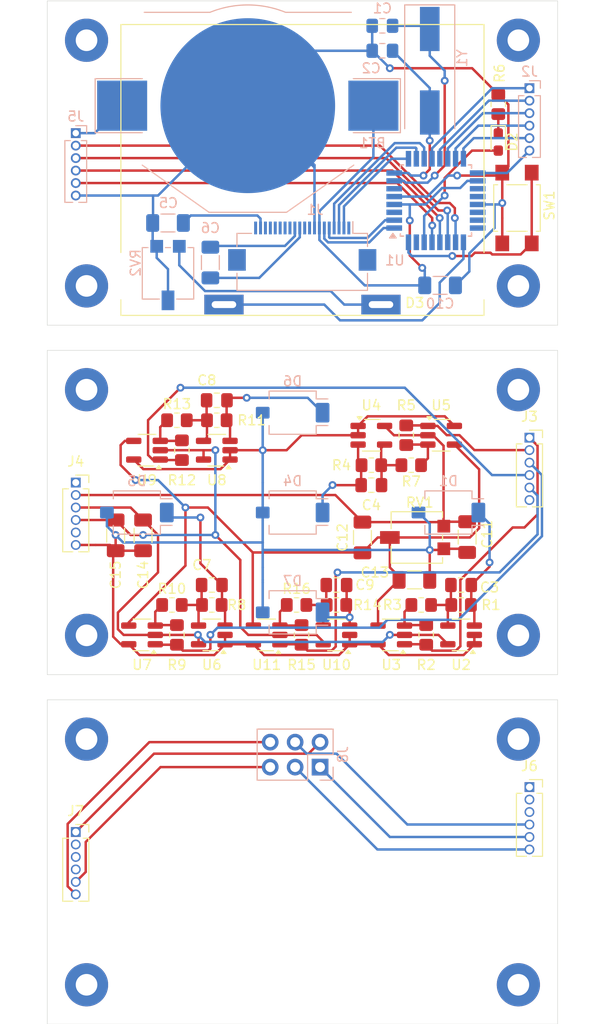
<source format=kicad_pcb>
(kicad_pcb (version 20241229) (generator "pcbnew") (generator_version "9.0")
  (layers (0 "F.Cu" signal) (2 "B.Cu" signal) (13 "F.Paste" user) (15 "B.Paste" user) (5 "F.SilkS" user "F.Silkscreen") (7 "B.SilkS" user "B.Silkscreen") (1 "F.Mask" user) (3 "B.Mask" user) (25 "Edge.Cuts" user))
  (net 0 "")
  (net 1 "GND")
  (net 2 "Net-(U1-XTAL1{slash}PB6)")
  (net 3 "Net-(U1-XTAL2{slash}PB7)")
  (net 4 "Net-(D1-K)")
  (net 5 "+3V0")
  (net 6 "Net-(D4-K)")
  (net 7 "Net-(J1-Pin_19)")
  (net 8 "Net-(J1-Pin_12)")
  (net 9 "Net-(J1-Pin_11)")
  (net 10 "Net-(D5-K)")
  (net 11 "Net-(D6-K)")
  (net 12 "Net-(D7-K)")
  (net 13 "Net-(D2-K)")
  (net 14 "Net-(D2-A)")
  (net 16 "Net-(J1-Pin_2)")
  (net 17 "Net-(J1-Pin_3)")
  (net 18 "Net-(C3-Pad2)")
  (net 19 "Net-(J1-Pin_4)")
  (net 20 "Net-(J1-Pin_5)")
  (net 21 "Net-(C7-Pad2)")
  (net 22 "Net-(J1-Pin_6)")
  (net 23 "Net-(C8-Pad2)")
  (net 33 "Net-(J2-Pin_1)")
  (net 34 "Net-(J2-Pin_2)")
  (net 35 "Net-(J2-Pin_3)")
  (net 36 "Net-(J2-Pin_4)")
  (net 37 "Net-(J2-Pin_5)")
  (net 38 "Net-(J2-Pin_6)")
  (net 39 "Net-(J3-Pin_4)")
  (net 40 "Net-(J3-Pin_1)")
  (net 41 "Net-(J3-Pin_3)")
  (net 42 "Net-(J3-Pin_5)")
  (net 44 "Net-(J3-Pin_2)")
  (net 45 "Net-(J5-Pin_2)")
  (net 46 "Net-(J5-Pin_3)")
  (net 47 "Net-(J5-Pin_4)")
  (net 48 "Net-(J5-Pin_5)")
  (net 49 "Net-(C4-Pad2)")
  (net 50 "Net-(U3-+)")
  (net 51 "Net-(C9-Pad2)")
  (net 52 "Net-(U5-+)")
  (net 53 "Net-(U7-+)")
  (net 54 "Net-(U9-+)")
  (net 55 "Net-(U11-+)")
  (net 56 "Net-(U11--)")
  (net 57 "Net-(U1-PD2)")
  (net 65 "GND1")
  (net 66 "VCC")
  (net 67 "Net-(D3-K)")
  (net 69 "unconnected-(C14-Pad1)")
  (net 70 "unconnected-(C15-Pad1)")
  (net 75 "Net-(J6-Pin_5)")
  (net 76 "unconnected-(J6-Pin_6-Pad6)")
  (net 78 "Net-(J6-Pin_4)")
  (net 80 "unconnected-(J7-Pin_5-Pad5)")
  (net 83 "GND2")
  (net 84 "VDD")
  (net 85 "unconnected-(D3-A-Pad2)")
  (footprint "Button_Switch_SMD:SW_SPST_TL3305A" (layer "F.Cu") (at 122.682 56.896 90)
    (property "Reference" "SW1")
    (property "Value" "SW_Push")
  )
  (footprint "display:DEM_128064N" (layer "F.Cu") (at 100.822 67.824)
    (property "Reference" "D3")
    (property "Value" "LED")
  )
  (footprint "LED_SMD:LED_0603_1608Metric_Pad1.05x0.95mm_HandSolder" (layer "F.Cu") (at 120.777 50.179 -90)
    (property "Reference" "D2")
    (property "Value" "LED")
  )
  (footprint "Resistor_SMD:R_0805_2012Metric_Pad1.20x1.40mm_HandSolder" (layer "F.Cu") (at 120.777 46.339 90)
    (property "Reference" "R6")
    (property "Value" "R")
  )
  (footprint "Resistor_SMD:R_0805_2012Metric_Pad1.20x1.40mm_HandSolder" (layer "F.Cu") (at 88.03 100.34 -90)
    (property "Reference" "R9")
    (property "Value" "6k8")
  )
  (footprint "Capacitor_SMD:C_0805_2012Metric_Pad1.18x1.45mm_HandSolder" (layer "F.Cu") (at 107.842 85.1)
    (property "Reference" "C4")
    (property "Value" "C")
  )
  (footprint "Package_TO_SOT_SMD:SOT-23-5_HandSoldering" (layer "F.Cu") (at 92.094 81.544 180)
    (property "Reference" "U8")
    (property "Value" "LM321")
  )
  (footprint "Connector_PinSocket_1.27mm:PinSocket_1x06_P1.27mm_Vertical" (layer "F.Cu") (at 77.724 120.396)
    (property "Reference" "J7")
    (property "Value" "Conn_01x06_Female")
  )
  (footprint "Connector_PinSocket_1.27mm:PinSocket_1x06_P1.27mm_Vertical" (layer "F.Cu") (at 123.952 80.264)
    (property "Reference" "J3")
    (property "Value" "Conn_01x06_Female")
  )
  (footprint "Resistor_SMD:R_0805_2012Metric_Pad1.20x1.40mm_HandSolder" (layer "F.Cu") (at 88.03 78.496)
    (property "Reference" "R13")
    (property "Value" "2k7")
  )
  (footprint "Package_TO_SOT_SMD:SOT-23-5_HandSoldering" (layer "F.Cu") (at 104.286 100.34 180)
    (property "Reference" "U10")
    (property "Value" "LM321")
  )
  (footprint "MountingHole:MountingHole_2.2mm_M2_Pad_TopBottom" (layer "F.Cu") (at 78.822 135.944)
    (property "Reference" "REF**" (hide yes))
    (property "Value" "MountingHole_2.2mm_M2_Pad_TopBottom" (hide yes))
  )
  (footprint "Resistor_SMD:R_0805_2012Metric_Pad1.20x1.40mm_HandSolder" (layer "F.Cu") (at 92.094 78.496)
    (property "Reference" "R11")
    (property "Value" "2M2")
  )
  (footprint "Connector_PinSocket_1.27mm:PinSocket_1x06_P1.27mm_Vertical" (layer "F.Cu") (at 77.724 84.836)
    (property "Reference" "J4")
    (property "Value" "Conn_01x06_Female")
  )
  (footprint "Package_TO_SOT_SMD:SOT-23-5_HandSoldering" (layer "F.Cu") (at 91.586 100.34 180)
    (property "Reference" "U6")
    (property "Value" "LM321" (hide yes))
  )
  (footprint "MountingHole:MountingHole_2.2mm_M2_Pad_TopBottom" (layer "F.Cu") (at 122.822 64.824)
    (property "Reference" "REF**" (hide yes))
    (property "Value" "MountingHole_2.2mm_M2_Pad_TopBottom" (hide yes))
  )
  (footprint "Resistor_SMD:R_0805_2012Metric_Pad1.20x1.40mm_HandSolder" (layer "F.Cu") (at 116.986 97.292)
    (property "Reference" "R1")
    (property "Value" "2M2")
  )
  (footprint "Package_TO_SOT_SMD:SOT-23-5_HandSoldering" (layer "F.Cu") (at 97.174 100.34 180)
    (property "Reference" "U11")
    (property "Value" "MCP6561R")
  )
  (footprint "MountingHole:MountingHole_2.2mm_M2_Pad_TopBottom" (layer "F.Cu") (at 78.822 110.944)
    (property "Reference" "REF**" (hide yes))
    (property "Value" "MountingHole_2.2mm_M2_Pad_TopBottom" (hide yes))
  )
  (footprint "Package_TO_SOT_SMD:SOT-23-5_HandSoldering" (layer "F.Cu") (at 116.986 100.34 180)
    (property "Reference" "U2")
    (property "Value" "LM321")
  )
  (footprint "Capacitor_SMD:C_0805_2012Metric_Pad1.18x1.45mm_HandSolder" (layer "F.Cu") (at 116.986 95.26 180)
    (property "Reference" "C3")
    (property "Value" "C")
  )
  (footprint "Capacitor_SMD:C_1206_3216Metric_Pad1.33x1.80mm_HandSolder" (layer "F.Cu") (at 117.602 90.3855 -90)
    (property "Reference" "C11")
    (property "Value" "100n")
  )
  (footprint "MountingHole:MountingHole_2.2mm_M2_Pad_TopBottom" (layer "F.Cu") (at 78.822 39.824)
    (property "Reference" "REF**" (hide yes))
    (property "Value" "MountingHole_2.2mm_M2_Pad_TopBottom" (hide yes))
  )
  (footprint "Resistor_SMD:R_0805_2012Metric_Pad1.20x1.40mm_HandSolder" (layer "F.Cu") (at 104.286 97.292)
    (property "Reference" "R14")
    (property "Value" "2M2")
  )
  (footprint "Capacitor_SMD:C_0805_2012Metric_Pad1.18x1.45mm_HandSolder" (layer "F.Cu") (at 104.286 95.26 180)
    (property "Reference" "C9")
    (property "Value" "C")
  )
  (footprint "Capacitor_SMD:C_1206_3216Metric_Pad1.33x1.80mm_HandSolder" (layer "F.Cu") (at 81.788 90.2085 -90)
    (property "Reference" "C15")
    (property "Value" "100n")
  )
  (footprint "Potentiometer_SMD:Potentiometer_Vishay_TS53YL_Vertical" (layer "F.Cu") (at 112.478 90.424)
    (property "Reference" "RV1")
    (property "Value" "100k")
  )
  (footprint "MountingHole:MountingHole_2.2mm_M2_Pad_TopBottom" (layer "F.Cu") (at 78.822 75.384)
    (property "Reference" "REF**" (hide yes))
    (property "Value" "MountingHole_2.2mm_M2_Pad_TopBottom" (hide yes))
  )
  (footprint "Package_TO_SOT_SMD:SOT-23-5_HandSoldering" (layer "F.Cu") (at 114.954 80.02)
    (property "Reference" "U5")
    (property "Value" "MCP6561R")
  )
  (footprint "Resistor_SMD:R_0805_2012Metric_Pad1.20x1.40mm_HandSolder" (layer "F.Cu") (at 107.842 83.068 180)
    (property "Reference" "R4")
    (property "Value" "2M2")
  )
  (footprint "Package_TO_SOT_SMD:SOT-23-5_HandSoldering" (layer "F.Cu") (at 84.982 81.544 180)
    (property "Reference" "U9")
    (property "Value" "MCP6561R")
  )
  (footprint "Resistor_SMD:R_0805_2012Metric_Pad1.20x1.40mm_HandSolder" (layer "F.Cu") (at 87.522 97.292)
    (property "Reference" "R10")
    (property "Value" "2k7")
  )
  (footprint "MountingHole:MountingHole_2.2mm_M2_Pad_TopBottom" (layer "F.Cu") (at 122.822 110.944)
    (property "Reference" "REF**" (hide yes))
    (property "Value" "MountingHole_2.2mm_M2_Pad_TopBottom" (hide yes))
  )
  (footprint "MountingHole:MountingHole_2.2mm_M2_Pad_TopBottom" (layer "F.Cu") (at 122.822 135.944)
    (property "Reference" "REF**" (hide yes))
    (property "Value" "MountingHole_2.2mm_M2_Pad_TopBottom" (hide yes))
  )
  (footprint "Resistor_SMD:R_0805_2012Metric_Pad1.20x1.40mm_HandSolder" (layer "F.Cu") (at 112.922 97.292)
    (property "Reference" "R3")
    (property "Value" "2k7")
  )
  (footprint "MountingHole:MountingHole_2.2mm_M2_Pad_TopBottom" (layer "F.Cu") (at 78.822 100.384)
    (property "Reference" "REF**" (hide yes))
    (property "Value" "MountingHole_2.2mm_M2_Pad_TopBottom" (hide yes))
  )
  (footprint "Resistor_SMD:R_0805_2012Metric_Pad1.20x1.40mm_HandSolder" (layer "F.Cu") (at 111.906 83.068 180)
    (property "Reference" "R7")
    (property "Value" "2k7")
  )
  (footprint "Capacitor_SMD:C_1206_3216Metric_Pad1.33x1.80mm_HandSolder" (layer "F.Cu") (at 84.582 90.2085 -90)
    (property "Reference" "C14")
    (property "Value" "100n")
  )
  (footprint "Capacitor_SMD:C_1206_3216Metric_Pad1.33x1.80mm_HandSolder" (layer "F.Cu") (at 112.2295 94.742)
    (property "Reference" "C13")
    (property "Value" "100n")
  )
  (footprint "Package_TO_SOT_SMD:SOT-23-5_HandSoldering" (layer "F.Cu") (at 84.474 100.34 180)
    (property "Reference" "U7")
    (property "Value" "MCP6561R" (hide yes))
  )
  (footprint "Capacitor_SMD:C_1206_3216Metric_Pad1.33x1.80mm_HandSolder" (layer "F.Cu") (at 106.934 90.424 -90)
    (property "Reference" "C12")
    (property "Value" "100n")
  )
  (footprint "Resistor_SMD:R_0805_2012Metric_Pad1.20x1.40mm_HandSolder" (layer "F.Cu") (at 100.222 97.292)
    (property "Reference" "R16")
    (property "Value" "2k7")
  )
  (footprint "Package_TO_SOT_SMD:SOT-23-5_HandSoldering" (layer "F.Cu") (at 109.874 100.34 180)
    (property "Reference" "U3")
    (property "Value" "MCP6561R")
  )
  (footprint "MountingHole:MountingHole_2.2mm_M2_Pad_TopBottom" (layer "F.Cu") (at 122.822 100.384)
    (property "Reference" "REF**" (hide yes))
    (property "Value" "MountingHole_2.2mm_M2_Pad_TopBottom" (hide yes))
  )
  (footprint "Capacitor_SMD:C_0805_2012Metric_Pad1.18x1.45mm_HandSolder" (layer "F.Cu") (at 92.094 76.464 180)
    (property "Reference" "C8")
    (property "Value" "C")
  )
  (footprint "Resistor_SMD:R_0805_2012Metric_Pad1.20x1.40mm_HandSolder" (layer "F.Cu") (at 88.538 81.544 -90)
    (property "Reference" "R12")
    (property "Value" "6k8")
  )
  (footprint "Package_TO_SOT_SMD:SOT-23-5_HandSoldering" (layer "F.Cu") (at 107.842 80.02)
    (property "Reference" "U4")
    (property "Value" "LM321")
  )
  (footprint "Resistor_SMD:R_0805_2012Metric_Pad1.20x1.40mm_HandSolder" (layer "F.Cu") (at 91.586 97.292)
    (property "Reference" "R8")
    (property "Value" "2M2")
  )
  (footprint "Resistor_SMD:R_0805_2012Metric_Pad1.20x1.40mm_HandSolder" (layer "F.Cu") (at 111.398 80.02 90)
    (property "Reference" "R5")
    (property "Value" "6k8")
  )
  (footprint "MountingHole:MountingHole_2.2mm_M2_Pad_TopBottom" (layer "F.Cu") (at 122.822 39.824)
    (property "Reference" "REF**" (hide yes))
    (property "Value" "MountingHole_2.2mm_M2_Pad_TopBottom" (hide yes))
  )
  (footprint "Connector_PinSocket_1.27mm:PinSocket_1x06_P1.27mm_Vertical" (layer "F.Cu") (at 123.952 115.824)
    (property "Reference" "J6")
    (property "Value" "Conn_01x06_Female")
  )
  (footprint "MountingHole:MountingHole_2.2mm_M2_Pad_TopBottom" (layer "F.Cu") (at 78.822 64.824)
    (property "Reference" "REF**" (hide yes))
    (property "Value" "MountingHole_2.2mm_M2_Pad_TopBottom" (hide yes))
  )
  (footprint "Capacitor_SMD:C_0805_2012Metric_Pad1.18x1.45mm_HandSolder" (layer "F.Cu") (at 91.586 95.26 180)
    (property "Reference" "C7")
    (property "Value" "C")
  )
  (footprint "MountingHole:MountingHole_2.2mm_M2_Pad_TopBottom" (layer "F.Cu") (at 122.822 75.384)
    (property "Reference" "REF**" (hide yes))
    (property "Value" "MountingHole_2.2mm_M2_Pad_TopBottom" (hide yes))
  )
  (footprint "Resistor_SMD:R_0805_2012Metric_Pad1.20x1.40mm_HandSolder" (layer "F.Cu") (at 113.43 100.34 -90)
    (property "Reference" "R2")
    (property "Value" "6k8")
  )
  (footprint "Resistor_SMD:R_0805_2012Metric_Pad1.20x1.40mm_HandSolder" (layer "F.Cu") (at 100.73 100.34 -90)
    (property "Reference" "R15")
    (property "Value" "6k8")
  )
  (footprint "Potentiometer_SMD:Potentiometer_Vishay_TS53YL_Vertical" (layer "B.Cu") (at 87.122 63.544 90)
    (property "Reference" "RV2")
    (property "Value" "100")
  )
  (footprint "Capacitor_SMD:C_1206_3216Metric_Pad1.33x1.80mm_HandSolder" (layer "B.Cu") (at 87.122 58.42 180)
    (property "Reference" "C5")
    (property "Value" "100n")
  )
  (footprint "Capacitor_SMD:C_0805_2012Metric_Pad1.18x1.45mm_HandSolder" (layer "B.Cu") (at 108.966 38.354)
    (property "Reference" "C1")
    (property "Value" "22p")
  )
  (footprint "Capacitor_SMD:C_0805_2012Metric_Pad1.18x1.45mm_HandSolder" (layer "B.Cu") (at 108.966 40.894)
    (property "Reference" "C2")
    (property "Value" "22p")
  )
  (footprint "Crystal:Crystal_SMD_HC49-SD" (layer "B.Cu") (at 113.792 42.926 -90)
    (property "Reference" "Y1")
    (property "Value" "8M")
  )
  (footprint "Package_QFP:TQFP-32_7x7mm_P0.8mm" (layer "B.Cu") (at 114.424208 56.134)
    (property "Reference" "U1")
    (property "Value" "ATmega328PB-A")
  )
  (footprint "Connector_FFC-FPC:Hirose_FH12-20S-0.5SH_1x20-1MP_P0.50mm_Horizontal" (layer "B.Cu") (at 100.7995 60.778 180)
    (property "Reference" "J1")
    (property "Value" "Conn_01x20_Female")
  )
  (footprint "Capacitor_SMD:C_1206_3216Metric_Pad1.33x1.80mm_HandSolder" (layer "B.Cu") (at 91.44 62.4455 -90)
    (property "Reference" "C6")
    (property "Value" "100n")
  )
  (footprint "OptoDevice:Osram_BPW34S-SMD" (layer "B.Cu") (at 99.822 77.724 180)
    (property "Reference" "D6")
    (property "Value" "BPW34-SMD")
  )
  (footprint "OptoDevice:Osram_BPW34S-SMD" (layer "B.Cu") (at 83.947 87.884 180)
    (property "Reference" "D5")
    (property "Value" "BPW34-SMD")
  )
  (footprint "Battery:BatteryHolder_Keystone_3002_1x2032" (layer "B.Cu") (at 95.25 46.482 180)
    (property "Reference" "BT1")
    (property "Value" "Battery_Cell")
  )
  (footprint "Connector_PinHeader_1.27mm:PinHeader_1x06_P1.27mm_Vertical" (layer "B.Cu") (at 123.952 44.704 180)
    (property "Reference" "J2")
    (property "Value" "Conn_01x06_Male")
  )
  (footprint "OptoDevice:Osram_BPW34S-SMD" (layer "B.Cu") (at 99.822 98.044 180)
    (property "Reference" "D7")
    (property "Value" "BPW34-SMD")
  )
  (footprint "OptoDevice:Osram_BPW34S-SMD" (layer "B.Cu") (at 99.822 87.884 180)
    (property "Reference" "D4")
    (property "Value" "BPW34-SMD")
  )
  (footprint "Connector_PinHeader_1.27mm:PinHeader_1x06_P1.27mm_Vertical" (layer "B.Cu") (at 77.724 49.276 180)
    (property "Reference" "J5")
    (property "Value" "Conn_01x06_Male")
  )
  (footprint "Connector_PinHeader_2.54mm:PinHeader_2x03_P2.54mm_Vertical" (layer "B.Cu") (at 102.616 113.792 90)
    (property "Reference" "J8")
    (property "Value" "AVR-ISP-6")
  )
  (footprint "Capacitor_SMD:C_1206_3216Metric_Pad1.33x1.80mm_HandSolder" (layer "B.Cu") (at 114.8465 64.77)
    (property "Reference" "C10")
    (property "Value" "100n")
  )
  (footprint "OptoDevice:Osram_BPW34S-SMD" (layer "B.Cu") (at 115.697 87.884 180)
    (property "Reference" "D1")
    (property "Value" "BPW34-SMD")
  )
  (gr_line (start 74.822 106.944) (end 126.822 106.944) (stroke (width 0.05)) (layer "Edge.Cuts"))
  (gr_line (start 74.822 68.824) (end 74.822 35.824) (stroke (width 0.05)) (layer "Edge.Cuts"))
  (gr_line (start 126.822 68.824) (end 74.822 68.824) (stroke (width 0.05)) (layer "Edge.Cuts"))
  (gr_line (start 126.822 106.944) (end 126.822 139.944) (stroke (width 0.05)) (layer "Edge.Cuts"))
  (gr_line (start 74.822 71.384) (end 126.822 71.384) (stroke (width 0.05)) (layer "Edge.Cuts"))
  (gr_line (start 74.822 104.384) (end 74.822 71.384) (stroke (width 0.05)) (layer "Edge.Cuts"))
  (gr_line (start 126.822 35.824) (end 126.822 68.824) (stroke (width 0.05)) (layer "Edge.Cuts"))
  (gr_line (start 126.822 104.384) (end 74.822 104.384) (stroke (width 0.05)) (layer "Edge.Cuts"))
  (gr_line (start 74.822 35.824) (end 126.822 35.824) (stroke (width 0.05)) (layer "Edge.Cuts"))
  (gr_line (start 126.822 139.944) (end 74.822 139.944) (stroke (width 0.05)) (layer "Edge.Cuts"))
  (gr_line (start 126.822 71.384) (end 126.822 104.384) (stroke (width 0.05)) (layer "Edge.Cuts"))
  (gr_line (start 74.822 139.944) (end 74.822 106.944) (stroke (width 0.05)) (layer "Edge.Cuts"))
  (segment (start 121.182 53.296) (end 121.182 56.388) (width 0.25) (layer "F.Cu") (net 1))
  (segment (start 118.11 42.672) (end 120.777 45.339) (width 0.25) (layer "F.Cu") (net 1))
  (segment (start 121.802 52.676) (end 121.182 53.296) (width 0.25) (layer "F.Cu") (net 1))
  (segment (start 121.182 57.912) (end 121.182 60.496) (width 0.25) (layer "F.Cu") (net 1))
  (segment (start 120.777 45.339) (end 121.802 46.364) (width 0.25) (layer "F.Cu") (net 1))
  (segment (start 121.182 56.388) (end 121.182 56.642) (width 0.25) (layer "F.Cu") (net 1))
  (segment (start 120.884 53.594) (end 121.182 53.296) (width 0.25) (layer "F.Cu") (net 1))
  (segment (start 109.728 42.672) (end 118.11 42.672) (width 0.25) (layer "F.Cu") (net 1))
  (segment (start 121.182 56.642) (end 121.182 57.912) (width 0.25) (layer "F.Cu") (net 1))
  (segment (start 121.802 46.364) (end 121.802 52.676) (width 0.25) (layer "F.Cu") (net 1))
  (segment (start 116.583208 53.594) (end 120.884 53.594) (width 0.25) (layer "F.Cu") (net 1))
  (via (at 116.583208 53.594) (size 0.8) (drill 0.4) (layers "F.Cu" "B.Cu") (net 1))
  (via (at 121.182 56.388) (size 0.8) (drill 0.4) (layers "F.Cu" "B.Cu") (net 1))
  (via (at 109.728 42.672) (size 0.8) (drill 0.4) (layers "F.Cu" "B.Cu") (net 1))
  (segment (start 107.9285 38.354) (end 107.9285 40.894) (width 0.25) (layer "B.Cu") (net 1))
  (segment (start 102.0495 52.0115) (end 96.012 45.974) (width 0.25) (layer "B.Cu") (net 1))
  (segment (start 102.0495 52.5195) (end 96.012 46.482) (width 0.25) (layer "B.Cu") (net 1))
  (segment (start 85.267 58.42) (end 85.267 58.597) (width 0.25) (layer "B.Cu") (net 1))
  (segment (start 118.674208 56.534) (end 120.396 56.534) (width 0.25) (layer "B.Cu") (net 1))
  (segment (start 116.409 64.77) (end 117.824208 63.354792) (width 0.25) (layer "B.Cu") (net 1))
  (segment (start 85.972 61.969) (end 85.972 60.794) (width 0.25) (layer "B.Cu") (net 1))
  (segment (start 115.683507 53.594) (end 116.583208 53.594) (width 0.25) (layer "B.Cu") (net 1))
  (segment (start 113.543507 55.734) (end 115.683507 53.594) (width 0.25) (layer "B.Cu") (net 1))
  (segment (start 117.824208 63.354792) (end 117.824208 61.509) (width 0.25) (layer "B.Cu") (net 1))
  (segment (start 107.9285 40.894) (end 107.95 40.894) (width 0.25) (layer "B.Cu") (net 1))
  (segment (start 85.598 58.3815) (end 85.5595 58.42) (width 0.25) (layer "B.Cu") (net 1))
  (segment (start 87.122 63.119) (end 87.122 66.294) (width 0.25) (layer "B.Cu") (net 1))
  (segment (start 117.824208 61.509) (end 120.396 58.937208) (width 0.25) (layer "B.Cu") (net 1))
  (segment (start 100.838 40.894) (end 95.25 46.482) (width 0.25) (layer "B.Cu") (net 1))
  (segment (start 102.0495 58.928) (end 102.0495 52.5195) (width 0.25) (layer "B.Cu") (net 1))
  (segment (start 101.6 40.894) (end 96.012 46.482) (width 0.25) (layer "B.Cu") (net 1))
  (segment (start 102.0495 52.7735) (end 96.012 46.736) (width 0.25) (layer "B.Cu") (net 1))
  (segment (start 120.396 56.534) (end 121.036 56.534) (width 0.25) (layer "B.Cu") (net 1))
  (segment (start 110.174208 55.734) (end 113.543507 55.734) (width 0.25) (layer "B.Cu") (net 1))
  (segment (start 85.5595 58.42) (end 85.5595 60.3815) (width 0.25) (layer "B.Cu") (net 1))
  (segment (start 102.0495 50.1065) (end 97.917 45.974) (width 0.25) (layer "B.Cu") (net 1))
  (segment (start 77.724 55.626) (end 85.598 55.626) (width 0.25) (layer "B.Cu") (net 1))
  (segment (start 93.472 45.974) (end 96.012 45.974) (width 0.25) (layer "B.Cu") (net 1))
  (segment (start 85.598 55.626) (end 86.106 55.626) (width 0.25) (layer "B.Cu") (net 1))
  (segment (start 85.5595 60.3815) (end 85.972 60.794) (width 0.25) (layer "B.Cu") (net 1))
  (segment (start 121.036 56.534) (end 121.182 56.388) (width 0.25) (layer "B.Cu") (net 1))
  (segment (start 101.092 40.894) (end 96.012 45.974) (width 0.25) (layer "B.Cu") (net 1))
  (segment (start 107.9285 40.894) (end 100.838 40.894) (width 0.25) (layer "B.Cu") (net 1))
  (segment (start 87.122 63.119) (end 85.972 61.969) (width 0.25) (layer "B.Cu") (net 1))
  (segment (start 107.95 40.894) (end 109.728 42.672) (width 0.25) (layer "B.Cu") (net 1))
  (segment (start 86.106 55.626) (end 95.25 46.482) (width 0.25) (layer "B.Cu") (net 1))
  (segment (start 101.854 40.894) (end 96.012 46.736) (width 0.25) (layer "B.Cu") (net 1))
  (segment (start 85.598 55.626) (end 85.598 58.3815) (width 0.25) (layer "B.Cu") (net 1))
  (segment (start 120.396 58.937208) (end 120.396 56.534) (width 0.25) (layer "B.Cu") (net 1))
  (segment (start 114.297208 53.594) (end 115.316 52.575208) (width 0.25) (layer "F.Cu") (net 2))
  (segment (start 115.316 43.942) (end 115.316 52.575208) (width 0.25) (layer "F.Cu") (net 2))
  (via (at 115.316 43.942) (size 0.8) (drill 0.4) (layers "F.Cu" "B.Cu") (net 2))
  (via (at 114.297208 53.594) (size 0.8) (drill 0.4) (layers "F.Cu" "B.Cu") (net 2))
  (segment (start 115.316 42.926) (end 113.792 41.402) (width 0.25) (layer "B.Cu") (net 2))
  (segment (start 113.572208 54.319) (end 114.297208 53.594) (width 0.25) (layer "B.Cu") (net 2))
  (segment (start 111.154208 54.134) (end 111.339208 54.319) (width 0.25) (layer "B.Cu") (net 2))
  (segment (start 113.792 41.402) (end 113.792 38.676) (width 0.25) (layer "B.Cu") (net 2))
  (segment (start 115.316 43.434) (end 115.316 43.942) (width 0.25) (layer "B.Cu") (net 2))
  (segment (start 115.316 43.434) (end 115.316 42.926) (width 0.25) (layer "B.Cu") (net 2))
  (segment (start 111.339208 54.319) (end 113.572208 54.319) (width 0.25) (layer "B.Cu") (net 2))
  (segment (start 110.174208 54.134) (end 111.154208 54.134) (width 0.25) (layer "B.Cu") (net 2))
  (segment (start 110.0035 38.354) (end 113.47 38.354) (width 0.25) (layer "B.Cu") (net 2))
  (segment (start 113.47 38.354) (end 113.792 38.676) (width 0.25) (layer "B.Cu") (net 2))
  (segment (start 113.154208 53.594) (end 113.792 52.956208) (width 0.25) (layer "F.Cu") (net 3))
  (segment (start 113.792 52.956208) (end 113.792 50.038) (width 0.25) (layer "F.Cu") (net 3))
  (via (at 113.792 50.038) (size 0.8) (drill 0.4) (layers "F.Cu" "B.Cu") (net 3))
  (via (at 113.154208 53.594) (size 0.8) (drill 0.4) (layers "F.Cu" "B.Cu") (net 3))
  (segment (start 111.884208 53.594) (end 113.154208 53.594) (width 0.25) (layer "B.Cu") (net 3))
  (segment (start 111.624208 53.334) (end 111.884208 53.594) (width 0.25) (layer "B.Cu") (net 3))
  (segment (start 110.174208 53.334) (end 111.624208 53.334) (width 0.25) (layer "B.Cu") (net 3))
  (segment (start 110.0035 40.894) (end 113.792 44.6825) (width 0.25) (layer "B.Cu") (net 3))
  (segment (start 113.792 44.6825) (end 113.792 47.176) (width 0.25) (layer "B.Cu") (net 3))
  (segment (start 113.792 50.038) (end 113.792 47.176) (width 0.25) (layer "B.Cu") (net 3))
  (segment (start 118.0235 95.26) (end 118.1 95.26) (width 0.25) (layer "F.Cu") (net 4))
  (segment (start 119.888 93.3955) (end 119.888 92.964) (width 0.25) (layer "F.Cu") (net 4))
  (segment (start 118.0235 95.26) (end 118.0235 97.2545) (width 0.25) (layer "F.Cu") (net 4))
  (segment (start 118.336 97.642) (end 117.986 97.292) (width 0.25) (layer "F.Cu") (net 4))
  (segment (start 118.336 99.39) (end 118.336 97.642) (width 0.25) (layer "F.Cu") (net 4))
  (segment (start 118.0235 97.2545) (end 117.986 97.292) (width 0.25) (layer "F.Cu") (net 4))
  (segment (start 118.0235 95.26) (end 119.888 93.3955) (width 0.25) (layer "F.Cu") (net 4))
  (via (at 119.888 92.964) (size 0.8) (drill 0.4) (layers "F.Cu" "B.Cu") (net 4))
  (segment (start 119.888 92.964) (end 119.888 89.025) (width 0.25) (layer "B.Cu") (net 4))
  (segment (start 119.888 89.025) (end 118.747 87.884) (width 0.25) (layer "B.Cu") (net 4))
  (segment (start 111.757208 61.722) (end 113.027208 62.992) (width 0.25) (layer "F.Cu") (net 5))
  (segment (start 111.757208 61.722) (end 111.757208 58.166) (width 0.25) (layer "F.Cu") (net 5))
  (via (at 113.027208 62.992) (size 0.8) (drill 0.4) (layers "F.Cu" "B.Cu") (net 5))
  (via (at 111.757208 58.166) (size 0.8) (drill 0.4) (layers "F.Cu" "B.Cu") (net 5))
  (segment (start 113.379903 56.534) (end 115.049903 54.864) (width 0.25) (layer "B.Cu") (net 5))
  (segment (start 113.284 63.248792) (end 113.027208 62.992) (width 0.25) (layer "B.Cu") (net 5))
  (segment (start 111.757208 56.534) (end 113.379903 56.534) (width 0.25) (layer "B.Cu") (net 5))
  (segment (start 77.724 49.276) (end 79.656 49.276) (width 0.25) (layer "B.Cu") (net 5))
  (segment (start 116.894208 54.864) (end 117.624208 54.134) (width 0.25) (layer "B.Cu") (net 5))
  (segment (start 115.049903 54.864) (end 116.894208 54.864) (width 0.25) (layer "B.Cu") (net 5))
  (segment (start 102.5495 58.928) (end 102.5495 60.150792) (width 0.25) (layer "B.Cu") (net 5))
  (segment (start 79.656 49.276) (end 82.45 46.482) (width 0.25) (layer "B.Cu") (net 5))
  (segment (start 108.05 46.482) (end 108.05 51.716) (width 0.25) (layer "B.Cu") (net 5))
  (segment (start 108.05 51.716) (end 102.5495 57.2165) (width 0.25) (layer "B.Cu") (net 5))
  (segment (start 107.168708 64.77) (end 113.284 64.77) (width 0.25) (layer "B.Cu") (net 5))
  (segment (start 102.5495 57.2165) (end 102.5495 58.928) (width 0.25) (layer "B.Cu") (net 5))
  (segment (start 113.284 64.77) (end 113.284 63.248792) (width 0.25) (layer "B.Cu") (net 5))
  (segment (start 110.174208 56.534) (end 111.757208 56.534) (width 0.25) (layer "B.Cu") (net 5))
  (segment (start 102.5495 60.150792) (end 107.168708 64.77) (width 0.25) (layer "B.Cu") (net 5))
  (segment (start 111.757208 58.166) (end 111.757208 56.534) (width 0.25) (layer "B.Cu") (net 5))
  (segment (start 117.624208 54.134) (end 118.674208 54.134) (width 0.25) (layer "B.Cu") (net 5))
  (segment (start 106.492 82.718) (end 106.842 83.068) (width 0.25) (layer "F.Cu") (net 6))
  (segment (start 103.896 85.1) (end 106.8045 85.1) (width 0.25) (layer "F.Cu") (net 6))
  (segment (start 103.886 85.09) (end 103.896 85.1) (width 0.25) (layer "F.Cu") (net 6))
  (segment (start 106.492 80.97) (end 106.492 82.718) (width 0.25) (layer "F.Cu") (net 6))
  (segment (start 106.8045 85.1) (end 106.8045 83.1055) (width 0.25) (layer "F.Cu") (net 6))
  (segment (start 106.8045 83.1055) (end 106.842 83.068) (width 0.25) (layer "F.Cu") (net 6))
  (via (at 103.886 85.09) (size 0.8) (drill 0.4) (layers "F.Cu" "B.Cu") (net 6))
  (segment (start 102.872 87.884) (end 102.872 86.104) (width 0.25) (layer "B.Cu") (net 6))
  (segment (start 102.872 86.104) (end 103.886 85.09) (width 0.25) (layer "B.Cu") (net 6))
  (segment (start 96.2295 57.658) (end 89.4465 57.658) (width 0.25) (layer "B.Cu") (net 7))
  (segment (start 96.5495 57.978) (end 96.2295 57.658) (width 0.25) (layer "B.Cu") (net 7))
  (segment (start 96.5495 58.928) (end 96.5495 57.978) (width 0.25) (layer "B.Cu") (net 7))
  (segment (start 89.4465 57.658) (end 88.6845 58.42) (width 0.25) (layer "B.Cu") (net 7))
  (segment (start 91.57 60.753) (end 99.038104 60.753) (width 0.25) (layer "B.Cu") (net 8))
  (segment (start 100.0495 59.741604) (end 100.0495 58.928) (width 0.25) (layer "B.Cu") (net 8))
  (segment (start 91.44 60.883) (end 91.57 60.753) (width 0.25) (layer "B.Cu") (net 8))
  (segment (start 99.038104 60.753) (end 100.0495 59.741604) (width 0.25) (layer "B.Cu") (net 8))
  (segment (start 100.5495 59.878) (end 100.5495 58.928) (width 0.25) (layer "B.Cu") (net 9))
  (segment (start 91.44 64.008) (end 96.4195 64.008) (width 0.25) (layer "B.Cu") (net 9))
  (segment (start 96.4195 64.008) (end 100.5495 59.878) (width 0.25) (layer "B.Cu") (net 9))
  (segment (start 92.6235 95.26) (end 90.424 93.0605) (width 0.25) (layer "F.Cu") (net 10))
  (segment (start 90.424 93.0605) (end 90.424 88.392) (width 0.25) (layer "F.Cu") (net 10))
  (segment (start 92.936 97.642) (end 92.586 97.292) (width 0.25) (layer "F.Cu") (net 10))
  (segment (start 92.6235 95.26) (end 92.6235 97.2545) (width 0.25) (layer "F.Cu") (net 10))
  (segment (start 92.6235 97.2545) (end 92.586 97.292) (width 0.25) (layer "F.Cu") (net 10))
  (segment (start 92.936 99.39) (end 92.936 97.642) (width 0.25) (layer "F.Cu") (net 10))
  (via (at 90.424 88.392) (size 0.8) (drill 0.4) (layers "F.Cu" "B.Cu") (net 10))
  (segment (start 87.505 88.392) (end 86.997 87.884) (width 0.25) (layer "B.Cu") (net 10))
  (segment (start 90.424 88.392) (end 87.505 88.392) (width 0.25) (layer "B.Cu") (net 10))
  (segment (start 93.444 78.846) (end 93.094 78.496) (width 0.25) (layer "F.Cu") (net 11))
  (segment (start 93.094 78.496) (end 93.094 76.5015) (width 0.25) (layer "F.Cu") (net 11))
  (segment (start 95.142 76.21) (end 93.3855 76.21) (width 0.25) (layer "F.Cu") (net 11))
  (segment (start 93.444 80.594) (end 93.444 78.846) (width 0.25) (layer "F.Cu") (net 11))
  (segment (start 93.094 76.5015) (end 93.1315 76.464) (width 0.25) (layer "F.Cu") (net 11))
  (segment (start 93.3855 76.21) (end 93.1315 76.464) (width 0.25) (layer "F.Cu") (net 11))
  (via (at 95.142 76.21) (size 0.8) (drill 0.4) (layers "F.Cu" "B.Cu") (net 11))
  (segment (start 101.358 76.21) (end 95.142 76.21) (width 0.25) (layer "B.Cu") (net 11))
  (segment (start 102.872 77.724) (end 101.358 76.21) (width 0.25) (layer "B.Cu") (net 11))
  (segment (start 105.3235 97.2545) (end 105.286 97.292) (width 0.25) (layer "F.Cu") (net 12))
  (segment (start 105.636 99.39) (end 105.636 97.642) (width 0.25) (layer "F.Cu") (net 12))
  (segment (start 105.3235 95.26) (end 105.3235 97.2545) (width 0.25) (layer "F.Cu") (net 12))
  (via (at 105.636 98.552) (size 0.8) (drill 0.4) (layers "F.Cu" "B.Cu") (net 12))
  (segment (start 105.636 98.552) (end 103.38 98.552) (width 0.25) (layer "B.Cu") (net 12))
  (segment (start 103.38 98.552) (end 102.872 98.044) (width 0.25) (layer "B.Cu") (net 12))
  (segment (start 120.777 49.304) (end 120.777 47.339) (width 0.25) (layer "F.Cu") (net 13))
  (segment (start 115.313208 53.838695) (end 115.313208 55.626) (width 0.25) (layer "F.Cu") (net 14))
  (segment (start 118.097903 51.054) (end 120.777 51.054) (width 0.25) (layer "F.Cu") (net 14))
  (segment (start 115.313208 53.838695) (end 118.097903 51.054) (width 0.25) (layer "F.Cu") (net 14))
  (segment (start 120.777 51.435) (end 120.777 51.054) (width 0.25) (layer "F.Cu") (net 14))
  (via (at 115.313208 55.626) (size 0.8) (drill 0.4) (layers "F.Cu" "B.Cu") (net 14))
  (segment (start 113.224208 57.715) (end 115.313208 55.626) (width 0.25) (layer "B.Cu") (net 14))
  (segment (start 113.224208 60.384) (end 113.224208 57.715) (width 0.25) (layer "B.Cu") (net 14))
  (segment (start 109.899208 51.884) (end 105.0495 56.733708) (width 0.25) (layer "B.Cu") (net 16))
  (segment (start 111.624208 51.884) (end 109.899208 51.884) (width 0.25) (layer "B.Cu") (net 16))
  (segment (start 105.0495 56.733708) (end 105.0495 58.928) (width 0.25) (layer "B.Cu") (net 16))
  (segment (start 110.387812 50.759) (end 112.349208 50.759) (width 0.25) (layer "B.Cu") (net 17))
  (segment (start 104.5495 56.597312) (end 110.387812 50.759) (width 0.25) (layer "B.Cu") (net 17))
  (segment (start 104.5495 58.928) (end 104.5495 56.597312) (width 0.25) (layer "B.Cu") (net 17))
  (segment (start 112.349208 50.759) (end 112.424208 50.834) (width 0.25) (layer "B.Cu") (net 17))
  (segment (start 112.424208 50.834) (end 112.424208 51.884) (width 0.25) (layer "B.Cu") (net 17))
  (segment (start 115.636 99.39) (end 115.636 97.642) (width 0.25) (layer "F.Cu") (net 18))
  (segment (start 113.922 97.292) (end 115.986 97.292) (width 0.25) (layer "F.Cu") (net 18))
  (segment (start 115.9485 97.2545) (end 115.986 97.292) (width 0.25) (layer "F.Cu") (net 18))
  (segment (start 115.9485 95.26) (end 115.9485 97.2545) (width 0.25) (layer "F.Cu") (net 18))
  (segment (start 115.636 97.642) (end 115.986 97.292) (width 0.25) (layer "F.Cu") (net 18))
  (segment (start 112.776 50.292) (end 113.224208 50.740208) (width 0.25) (layer "B.Cu") (net 19))
  (segment (start 113.224208 50.740208) (end 113.224208 51.884) (width 0.25) (layer "B.Cu") (net 19))
  (segment (start 104.0495 56.460916) (end 110.218416 50.292) (width 0.25) (layer "B.Cu") (net 19))
  (segment (start 110.218416 50.292) (end 112.776 50.292) (width 0.25) (layer "B.Cu") (net 19))
  (segment (start 104.0495 58.928) (end 104.0495 56.460916) (width 0.25) (layer "B.Cu") (net 19))
  (segment (start 103.5495 59.878) (end 103.6155 59.944) (width 0.25) (layer "B.Cu") (net 20))
  (segment (start 103.5495 58.928) (end 103.5495 59.878) (width 0.25) (layer "B.Cu") (net 20))
  (segment (start 107.439208 59.944) (end 109.249208 58.134) (width 0.25) (layer "B.Cu") (net 20))
  (segment (start 109.249208 58.134) (end 110.174208 58.134) (width 0.25) (layer "B.Cu") (net 20))
  (segment (start 103.6155 59.944) (end 107.439208 59.944) (width 0.25) (layer "B.Cu") (net 20))
  (segment (start 90.5485 97.2545) (end 90.586 97.292) (width 0.25) (layer "F.Cu") (net 21))
  (segment (start 90.5485 95.26) (end 90.5485 97.2545) (width 0.25) (layer "F.Cu") (net 21))
  (segment (start 90.236 97.642) (end 90.586 97.292) (width 0.25) (layer "F.Cu") (net 21))
  (segment (start 88.522 97.292) (end 90.586 97.292) (width 0.25) (layer "F.Cu") (net 21))
  (segment (start 90.236 99.39) (end 90.236 97.642) (width 0.25) (layer "F.Cu") (net 21))
  (segment (start 103.429104 60.394) (end 107.625604 60.394) (width 0.25) (layer "B.Cu") (net 22))
  (segment (start 103.0495 60.014396) (end 103.429104 60.394) (width 0.25) (layer "B.Cu") (net 22))
  (segment (start 103.0495 58.928) (end 103.0495 60.014396) (width 0.25) (layer "B.Cu") (net 22))
  (segment (start 109.085604 58.934) (end 110.174208 58.934) (width 0.25) (layer "B.Cu") (net 22))
  (segment (start 107.625604 60.394) (end 109.085604 58.934) (width 0.25) (layer "B.Cu") (net 22))
  (segment (start 91.0565 78.4585) (end 91.094 78.496) (width 0.25) (layer "F.Cu") (net 23))
  (segment (start 91.0565 76.464) (end 91.0565 78.4585) (width 0.25) (layer "F.Cu") (net 23))
  (segment (start 91.094 80.244) (end 90.744 80.594) (width 0.25) (layer "F.Cu") (net 23))
  (segment (start 89.03 78.496) (end 91.094 78.496) (width 0.25) (layer "F.Cu") (net 23))
  (segment (start 91.094 78.496) (end 91.094 80.244) (width 0.25) (layer "F.Cu") (net 23))
  (segment (start 120.154208 44.704) (end 123.952 44.704) (width 0.25) (layer "B.Cu") (net 33))
  (segment (start 114.024208 51.884) (end 114.024208 50.834) (width 0.25) (layer "B.Cu") (net 33))
  (segment (start 114.024208 50.834) (end 120.154208 44.704) (width 0.25) (layer "B.Cu") (net 33))
  (segment (start 114.824208 50.959) (end 119.809208 45.974) (width 0.25) (layer "B.Cu") (net 34))
  (segment (start 119.809208 45.974) (end 123.952 45.974) (width 0.25) (layer "B.Cu") (net 34))
  (segment (start 114.824208 51.884) (end 114.824208 50.959) (width 0.25) (layer "B.Cu") (net 34))
  (segment (start 115.624208 51.884) (end 115.624208 50.834) (width 0.25) (layer "B.Cu") (net 35))
  (segment (start 119.214208 47.244) (end 123.952 47.244) (width 0.25) (layer "B.Cu") (net 35))
  (segment (start 115.624208 50.834) (end 119.214208 47.244) (width 0.25) (layer "B.Cu") (net 35))
  (segment (start 116.424208 50.834) (end 118.744208 48.514) (width 0.25) (layer "B.Cu") (net 36))
  (segment (start 116.424208 51.884) (end 116.424208 50.834) (width 0.25) (layer "B.Cu") (net 36))
  (segment (start 118.744208 48.514) (end 123.952 48.514) (width 0.25) (layer "B.Cu") (net 36))
  (segment (start 117.224208 51.884) (end 117.224208 50.834) (width 0.25) (layer "B.Cu") (net 37))
  (segment (start 118.274208 49.784) (end 123.952 49.784) (width 0.25) (layer "B.Cu") (net 37))
  (segment (start 117.224208 50.834) (end 118.274208 49.784) (width 0.25) (layer "B.Cu") (net 37))
  (segment (start 118.674208 53.334) (end 121.672 53.334) (width 0.25) (layer "B.Cu") (net 38))
  (segment (start 121.672 53.334) (end 123.952 51.054) (width 0.25) (layer "B.Cu") (net 38))
  (segment (start 86.382 82.544) (end 86.332 82.494) (width 0.25) (layer "F.Cu") (net 39))
  (segment (start 85.09 82.031999) (end 85.09 78.8159) (width 0.25) (layer "F.Cu") (net 39))
  (segment (start 86.332 82.494) (end 85.552001 82.494) (width 0.25) (layer "F.Cu") (net 39))
  (segment (start 85.09 78.486) (end 88.392 75.184) (width 0.25) (layer "F.Cu") (net 39))
  (segment (start 85.09 78.8159) (end 85.09 78.486) (width 0.25) (layer "F.Cu") (net 39))
  (segment (start 88.538 82.544) (end 86.382 82.544) (width 0.25) (layer "F.Cu") (net 39))
  (segment (start 85.552001 82.494) (end 85.09 82.031999) (width 0.25) (layer "F.Cu") (net 39))
  (via (at 88.392 75.184) (size 0.8) (drill 0.4) (layers "F.Cu" "B.Cu") (net 39))
  (segment (start 120.142 84.074) (end 123.952 84.074) (width 0.25) (layer "B.Cu") (net 39))
  (segment (start 111.252 75.184) (end 120.142 84.074) (width 0.25) (layer "B.Cu") (net 39))
  (segment (start 88.392 75.184) (end 111.252 75.184) (width 0.25) (layer "B.Cu") (net 39))
  (segment (start 113.38 101.29) (end 113.43 101.34) (width 0.25) (layer "F.Cu") (net 40))
  (segment (start 114.03 101.94) (end 116.459932 101.94) (width 0.25) (layer "F.Cu") (net 40))
  (segment (start 116.911 101.488932) (end 116.911 94.7399) (width 0.25) (layer "F.Cu") (net 40))
  (segment (start 111.224 101.29) (end 113.38 101.29) (width 0.25) (layer "F.Cu") (net 40))
  (segment (start 124.777 81.089) (end 123.952 80.264) (width 0.25) (layer "F.Cu") (net 40))
  (segment (start 123.444 89.408) (end 124.777 88.075) (width 0.25) (layer "F.Cu") (net 40))
  (segment (start 113.43 101.34) (end 114.03 101.94) (width 0.25) (layer "F.Cu") (net 40))
  (segment (start 124.777 88.075) (end 124.777 81.089) (width 0.25) (layer "F.Cu") (net 40))
  (segment (start 122.2429 89.408) (end 123.444 89.408) (width 0.25) (layer "F.Cu") (net 40))
  (segment (start 116.911 94.7399) (end 122.2429 89.408) (width 0.25) (layer "F.Cu") (net 40))
  (segment (start 116.459932 101.94) (end 116.911 101.488932) (width 0.25) (layer "F.Cu") (net 40))
  (segment (start 88.63 101.94) (end 91.237 101.94) (width 0.25) (layer "F.Cu") (net 41))
  (segment (start 91.44 101.737) (end 91.44 100.33) (width 0.25) (layer "F.Cu") (net 41))
  (segment (start 88.03 101.34) (end 88.63 101.94) (width 0.25) (layer "F.Cu") (net 41))
  (segment (start 91.237 101.94) (end 91.44 101.737) (width 0.25) (layer "F.Cu") (net 41))
  (segment (start 85.874 101.34) (end 85.824 101.29) (width 0.25) (layer "F.Cu") (net 41))
  (segment (start 88.03 101.34) (end 85.874 101.34) (width 0.25) (layer "F.Cu") (net 41))
  (via (at 91.44 100.33) (size 0.8) (drill 0.4) (layers "F.Cu" "B.Cu") (net 41))
  (segment (start 92.165 99.605) (end 108.675 99.605) (width 0.25) (layer "B.Cu") (net 41))
  (segment (start 125.227 90.293396) (end 125.227 84.079) (width 0.25) (layer "B.Cu") (net 41))
  (segment (start 91.44 100.33) (end 92.165 99.605) (width 0.25) (layer "B.Cu") (net 41))
  (segment (start 116.714396 98.806) (end 125.227 90.293396) (width 0.25) (layer "B.Cu") (net 41))
  (segment (start 125.227 84.079) (end 123.952 82.804) (width 0.25) (layer "B.Cu") (net 41))
  (segment (start 108.675 99.605) (end 109.474 98.806) (width 0.25) (layer "B.Cu") (net 41))
  (segment (start 109.474 98.806) (end 116.714396 98.806) (width 0.25) (layer "B.Cu") (net 41))
  (segment (start 103.8 101.94) (end 104.211 101.529) (width 0.25) (layer "F.Cu") (net 42))
  (segment (start 100.73 101.34) (end 101.33 101.94) (width 0.25) (layer "F.Cu") (net 42))
  (segment (start 104.211 101.529) (end 104.211 94.163) (width 0.25) (layer "F.Cu") (net 42))
  (segment (start 98.524 101.29) (end 100.68 101.29) (width 0.25) (layer "F.Cu") (net 42))
  (segment (start 104.211 94.163) (end 104.394 93.98) (width 0.25) (layer "F.Cu") (net 42))
  (segment (start 101.33 101.94) (end 103.8 101.94) (width 0.25) (layer "F.Cu") (net 42))
  (via (at 104.394 93.98) (size 0.8) (drill 0.4) (layers "F.Cu" "B.Cu") (net 42))
  (segment (start 120.904 93.98) (end 124.777 90.107) (width 0.25) (layer "B.Cu") (net 42))
  (segment (start 104.394 93.98) (end 120.904 93.98) (width 0.25) (layer "B.Cu") (net 42))
  (segment (start 124.777 90.107) (end 124.777 86.169) (width 0.25) (layer "B.Cu") (net 42))
  (segment (start 124.777 86.169) (end 123.952 85.344) (width 0.25) (layer "B.Cu") (net 42))
  (segment (start 116.817932 80.01) (end 115.525305 80.01) (width 0.25) (layer "F.Cu") (net 44))
  (segment (start 111.398 79.02) (end 113.554 79.02) (width 0.25) (layer "F.Cu") (net 44))
  (segment (start 113.554 79.02) (end 113.604 79.07) (width 0.25) (layer "F.Cu") (net 44))
  (segment (start 118.341932 81.534) (end 116.817932 80.01) (width 0.25) (layer "F.Cu") (net 44))
  (segment (start 114.585305 79.07) (end 115.525305 80.01) (width 0.25) (layer "F.Cu") (net 44))
  (segment (start 113.604 79.07) (end 114.585305 79.07) (width 0.25) (layer "F.Cu") (net 44))
  (segment (start 123.952 81.534) (end 118.341932 81.534) (width 0.25) (layer "F.Cu") (net 44))
  (segment (start 116.349208 57.912) (end 116.349208 56.906695) (width 0.25) (layer "F.Cu") (net 45))
  (segment (start 115.830513 56.388) (end 114.554 56.388) (width 0.25) (layer "F.Cu") (net 45))
  (segment (start 116.349208 56.906695) (end 115.830513 56.388) (width 0.25) (layer "F.Cu") (net 45))
  (segment (start 108.712 50.546) (end 114.554 56.388) (width 0.25) (layer "F.Cu") (net 45))
  (segment (start 77.724 50.546) (end 108.712 50.546) (width 0.25) (layer "F.Cu") (net 45))
  (via (at 116.349208 57.912) (size 0.8) (drill 0.4) (layers "F.Cu" "B.Cu") (net 45))
  (segment (start 116.424208 57.987) (end 116.349208 57.912) (width 0.25) (layer "B.Cu") (net 45))
  (segment (start 116.424208 60.384) (end 116.424208 57.987) (width 0.25) (layer "B.Cu") (net 45))
  (segment (start 109.345604 51.816) (end 114.679604 57.15) (width 0.25) (layer "F.Cu") (net 46))
  (segment (start 114.679604 57.15) (end 115.567208 57.15) (width 0.25) (layer "F.Cu") (net 46))
  (segment (start 77.724 51.816) (end 109.345604 51.816) (width 0.25) (layer "F.Cu") (net 46))
  (via (at 115.567208 57.15) (size 0.8) (drill 0.4) (layers "F.Cu" "B.Cu") (net 46))
  (segment (start 115.624208 57.207) (end 115.567208 57.15) (width 0.25) (layer "B.Cu") (net 46))
  (segment (start 115.624208 60.384) (end 115.624208 57.207) (width 0.25) (layer "B.Cu") (net 46))
  (segment (start 77.724 53.086) (end 109.979208 53.086) (width 0.25) (layer "F.Cu") (net 47))
  (segment (start 109.979208 53.086) (end 114.805208 57.912) (width 0.25) (layer "F.Cu") (net 47))
  (via (at 114.805208 57.912) (size 0.8) (drill 0.4) (layers "F.Cu" "B.Cu") (net 47))
  (segment (start 114.824208 60.384) (end 114.824208 57.931) (width 0.25) (layer "B.Cu") (net 47))
  (segment (start 114.824208 57.931) (end 114.805208 57.912) (width 0.25) (layer "B.Cu") (net 47))
  (segment (start 114.043208 58.674) (end 114.043208 57.909208) (width 0.25) (layer "F.Cu") (net 48))
  (segment (start 77.724 54.356) (end 110.49 54.356) (width 0.25) (layer "F.Cu") (net 48))
  (segment (start 110.49 54.356) (end 114.043208 57.909208) (width 0.25) (layer "F.Cu") (net 48))
  (via (at 114.043208 58.674) (size 0.8) (drill 0.4) (layers "F.Cu" "B.Cu") (net 48))
  (segment (start 114.024208 58.693) (end 114.043208 58.674) (width 0.25) (layer "B.Cu") (net 48))
  (segment (start 114.024208 60.384) (end 114.024208 58.693) (width 0.25) (layer "B.Cu") (net 48))
  (segment (start 108.8795 85.1) (end 108.8795 83.1055) (width 0.25) (layer "F.Cu") (net 49))
  (segment (start 108.842 81.32) (end 109.192 80.97) (width 0.25) (layer "F.Cu") (net 49))
  (segment (start 110.906 83.068) (end 108.842 83.068) (width 0.25) (layer "F.Cu") (net 49))
  (segment (start 108.8795 83.1055) (end 108.842 83.068) (width 0.25) (layer "F.Cu") (net 49))
  (segment (start 108.842 83.068) (end 108.842 81.32) (width 0.25) (layer "F.Cu") (net 49))
  (segment (start 111.224 99.39) (end 111.224 97.99) (width 0.25) (layer "F.Cu") (net 50))
  (segment (start 111.274 99.34) (end 111.224 99.39) (width 0.25) (layer "F.Cu") (net 50))
  (segment (start 111.224 97.99) (end 111.922 97.292) (width 0.25) (layer "F.Cu") (net 50))
  (segment (start 113.43 99.34) (end 111.274 99.34) (width 0.25) (layer "F.Cu") (net 50))
  (segment (start 103.2485 95.26) (end 103.2485 97.2545) (width 0.25) (layer "F.Cu") (net 51))
  (segment (start 103.2485 97.2545) (end 103.286 97.292) (width 0.25) (layer "F.Cu") (net 51))
  (segment (start 101.222 97.292) (end 103.286 97.292) (width 0.25) (layer "F.Cu") (net 51))
  (segment (start 102.936 99.39) (end 102.936 97.642) (width 0.25) (layer "F.Cu") (net 51))
  (segment (start 111.448 80.97) (end 111.398 81.02) (width 0.25) (layer "F.Cu") (net 52))
  (segment (start 113.604 82.37) (end 112.906 83.068) (width 0.25) (layer "F.Cu") (net 52))
  (segment (start 113.604 80.97) (end 113.604 82.37) (width 0.25) (layer "F.Cu") (net 52))
  (segment (start 113.604 80.97) (end 111.448 80.97) (width 0.25) (layer "F.Cu") (net 52))
  (segment (start 85.824 99.39) (end 85.824 97.99) (width 0.25) (layer "F.Cu") (net 53))
  (segment (start 88.03 99.34) (end 85.874 99.34) (width 0.25) (layer "F.Cu") (net 53))
  (segment (start 85.824 97.99) (end 86.522 97.292) (width 0.25) (layer "F.Cu") (net 53))
  (segment (start 87.98 99.39) (end 88.03 99.34) (width 0.25) (layer "F.Cu") (net 53))
  (segment (start 85.874 99.34) (end 85.824 99.39) (width 0.25) (layer "F.Cu") (net 53))
  (segment (start 86.332 80.594) (end 86.332 79.194) (width 0.25) (layer "F.Cu") (net 54))
  (segment (start 86.332 79.194) (end 87.03 78.496) (width 0.25) (layer "F.Cu") (net 54))
  (segment (start 88.488 80.594) (end 88.538 80.544) (width 0.25) (layer "F.Cu") (net 54))
  (segment (start 86.332 80.594) (end 88.488 80.594) (width 0.25) (layer "F.Cu") (net 54))
  (segment (start 98.524 99.39) (end 98.524 97.99) (width 0.25) (layer "F.Cu") (net 55))
  (segment (start 98.524 97.99) (end 99.222 97.292) (width 0.25) (layer "F.Cu") (net 55))
  (segment (start 98.524 99.39) (end 100.68 99.39) (width 0.25) (layer "F.Cu") (net 55))
  (segment (start 82.728 80.594) (end 82.296 81.026) (width 0.25) (layer "F.Cu") (net 56))
  (segment (start 83.632 80.594) (end 82.728 80.594) (width 0.25) (layer "F.Cu") (net 56))
  (segment (start 95.758 91.948) (end 91.186 87.376) (width 0.25) (layer "F.Cu") (net 56))
  (segment (start 82.296 83.058) (end 83.82 84.582) (width 0.25) (layer "F.Cu") (net 56))
  (segment (start 88.9 93.289001) (end 83.124 99.065001) (width 0.25) (layer "F.Cu") (net 56))
  (segment (start 91.186 87.376) (end 88.9 87.376) (width 0.25) (layer "F.Cu") (net 56))
  (segment (start 109.728 93.472) (end 109.728 90.424) (width 0.25) (layer "F.Cu") (net 56))
  (segment (start 108.524 99.39) (end 108.524 96.885) (width 0.25) (layer "F.Cu") (net 56))
  (segment (start 95.758 99.324) (end 95.758 91.948) (width 0.25) (layer "F.Cu") (net 56))
  (segment (start 108.524 96.885) (end 110.667 94.742) (width 0.25) (layer "F.Cu") (net 56))
  (segment (start 110.667 94.742) (end 110.667 94.411) (width 0.25) (layer "F.Cu") (net 56))
  (segment (start 109.728 90.424) (end 108.4965 90.424) (width 0.25) (layer "F.Cu") (net 56))
  (segment (start 110.667 94.411) (end 109.728 93.472) (width 0.25) (layer "F.Cu") (net 56))
  (segment (start 118.827 89.4806) (end 118.827 83.493) (width 0.25) (layer "F.Cu") (net 56))
  (segment (start 95.758 91.948) (end 104.648 91.948) (width 0.25) (layer "F.Cu") (net 56))
  (segment (start 117.8836 90.424) (end 118.827 89.4806) (width 0.25) (layer "F.Cu") (net 56))
  (segment (start 82.296 81.026) (end 82.296 83.058) (width 0.25) (layer "F.Cu") (net 56))
  (segment (start 118.827 83.493) (end 116.304 80.97) (width 0.25) (layer "F.Cu") (net 56))
  (segment (start 88.9 87.376) (end 88.9 93.289001) (width 0.25) (layer "F.Cu") (net 56))
  (segment (start 106.8955 91.948) (end 106.934 91.9865) (width 0.25) (layer "F.Cu") (net 56))
  (segment (start 83.124 99.065001) (end 83.124 99.39) (width 0.25) (layer "F.Cu") (net 56))
  (segment (start 95.824 99.39) (end 95.758 99.324) (width 0.25) (layer "F.Cu") (net 56))
  (segment (start 109.728 90.424) (end 117.8836 90.424) (width 0.25) (layer "F.Cu") (net 56))
  (segment (start 108.4965 90.424) (end 106.934 91.9865) (width 0.25) (layer "F.Cu") (net 56))
  (segment (start 104.648 91.948) (end 106.8955 91.948) (width 0.25) (layer "F.Cu") (net 56))
  (via (at 88.9 87.376) (size 0.8) (drill 0.4) (layers "F.Cu" "B.Cu") (net 56))
  (via (at 83.82 84.582) (size 0.8) (drill 0.4) (layers "F.Cu" "B.Cu") (net 56))
  (segment (start 86.106 84.582) (end 83.82 84.582) (width 0.25) (layer "B.Cu") (net 56))
  (segment (start 88.9 87.376) (end 86.106 84.582) (width 0.25) (layer "B.Cu") (net 56))
  (segment (start 118.383 61.449) (end 119.985 61.449) (width 0.25) (layer "F.Cu") (net 57))
  (segment (start 120.157 61.621) (end 123.057 61.621) (width 0.25) (layer "F.Cu") (net 57))
  (segment (start 123.057 61.621) (end 124.182 60.496) (width 0.25) (layer "F.Cu") (net 57))
  (segment (start 124.182 60.496) (end 124.182 53.296) (width 0.25) (layer "F.Cu") (net 57))
  (segment (start 118.051388 61.780612) (end 118.383 61.449) (width 0.25) (layer "F.Cu") (net 57))
  (segment (start 119.985 61.449) (end 120.157 61.621) (width 0.25) (layer "F.Cu") (net 57))
  (segment (start 124.182 60.496) (end 124.182 60.73) (width 0.25) (layer "F.Cu") (net 57))
  (segment (start 116.085523 61.780612) (end 118.051388 61.780612) (width 0.25) (layer "F.Cu") (net 57))
  (via (at 116.085523 61.780612) (size 0.8) (drill 0.4) (layers "F.Cu" "B.Cu") (net 57))
  (segment (start 111.97082 61.780612) (end 116.085523 61.780612) (width 0.25) (layer "B.Cu") (net 57))
  (segment (start 111.624208 61.434) (end 111.97082 61.780612) (width 0.25) (layer "B.Cu") (net 57))
  (segment (start 111.624208 60.384) (end 111.624208 61.434) (width 0.25) (layer "B.Cu") (net 57))
  (segment (start 83.632 82.494) (end 84.607 83.469) (width 0.25) (layer "F.Cu") (net 65))
  (segment (start 117.228 91.574) (end 115.228 91.574) (width 0.25) (layer "F.Cu") (net 65))
  (segment (start 91.836 102.39) (end 92.936 101.29) (width 0.25) (layer "F.Cu") (net 65))
  (segment (start 95.824 101.29) (end 96.924 102.39) (width 0.25) (layer "F.Cu") (net 65))
  (segment (start 81.203 91.186) (end 81.788 91.771) (width 0.25) (layer "F.Cu") (net 65))
  (segment (start 108.524 101.29) (end 109.624 102.39) (width 0.25) (layer "F.Cu") (net 65))
  (segment (start 93.444 82.494) (end 93.444 81.544) (width 0.25) (layer "F.Cu") (net 65))
  (segment (start 84.607 83.469) (end 92.469 83.469) (width 0.25) (layer "F.Cu") (net 65))
  (segment (start 117.602 91.948) (end 117.228 91.574) (width 0.25) (layer "F.Cu") (net 65))
  (segment (start 79.756 91.186) (end 81.203 91.186) (width 0.25) (layer "F.Cu") (net 65))
  (segment (start 81.788 90.17) (end 81.788 91.771) (width 0.25) (layer "F.Cu") (net 65))
  (segment (start 81.534 100.517) (end 81.534 93.472) (width 0.25) (layer "F.Cu") (net 65))
  (segment (start 81.534 93.472) (end 81.534 92.025) (width 0.25) (layer "F.Cu") (net 65))
  (segment (start 107.467 78.095) (end 115.329 78.095) (width 0.25) (layer "F.Cu") (net 65))
  (segment (start 92.469 83.469) (end 93.444 82.494) (width 0.25) (layer "F.Cu") (net 65))
  (segment (start 93.444 81.544) (end 99.206 81.544) (width 0.25) (layer "F.Cu") (net 65))
  (segment (start 84.224 102.39) (end 91.836 102.39) (width 0.25) (layer "F.Cu") (net 65))
  (segment (start 106.492 79.07) (end 107.467 78.095) (width 0.25) (layer "F.Cu") (net 65))
  (segment (start 81.534 92.025) (end 81.788 91.771) (width 0.25) (layer "F.Cu") (net 65))
  (segment (start 113.792 91.694) (end 113.792 94.742) (width 0.25) (layer "F.Cu") (net 65))
  (segment (start 99.206 81.544) (end 100.73 80.02) (width 0.25) (layer "F.Cu") (net 65))
  (segment (start 115.329 78.095) (end 116.304 79.07) (width 0.25) (layer "F.Cu") (net 65))
  (segment (start 92.936 101.29) (end 94.488 101.29) (width 0.25) (layer "F.Cu") (net 65))
  (segment (start 105.636 101.29) (end 108.524 101.29) (width 0.25) (layer "F.Cu") (net 65))
  (segment (start 83.124 101.29) (end 84.224 102.39) (width 0.25) (layer "F.Cu") (net 65))
  (segment (start 117.236 102.39) (end 118.336 101.29) (width 0.25) (layer "F.Cu") (net 65))
  (segment (start 115.108 91.694) (end 115.228 91.574) (width 0.25) (layer "F.Cu") (net 65))
  (segment (start 83.124 101.29) (end 82.307 101.29) (width 0.25) (layer "F.Cu") (net 65))
  (segment (start 118.336 100.34) (end 118.336 101.29) (width 0.25) (layer "F.Cu") (net 65))
  (segment (start 96.924 102.39) (end 104.536 102.39) (width 0.25) (layer "F.Cu") (net 65))
  (segment (start 106.492 79.07) (end 106.492 80.02) (width 0.25) (layer "F.Cu") (net 65))
  (segment (start 77.724 91.186) (end 79.756 91.186) (width 0.25) (layer "F.Cu") (net 65))
  (segment (start 82.307 101.29) (end 81.534 100.517) (width 0.25) (layer "F.Cu") (net 65))
  (segment (start 95.17 101.34) (end 95.22 101.29) (width 0.25) (layer "F.Cu") (net 65))
  (segment (start 81.788 91.771) (end 84.582 91.771) (width 0.25) (layer "F.Cu") (net 65))
  (segment (start 92.936 101.29) (end 92.936 100.34) (width 0.25) (layer "F.Cu") (net 65))
  (segment (start 100.73 80.02) (end 106.492 80.02) (width 0.25) (layer "F.Cu") (net 65))
  (segment (start 105.636 100.34) (end 105.636 101.29) (width 0.25) (layer "F.Cu") (net 65))
  (segment (start 104.536 102.39) (end 105.636 101.29) (width 0.25) (layer "F.Cu") (net 65))
  (segment (start 109.624 102.39) (end 117.236 102.39) (width 0.25) (layer "F.Cu") (net 65))
  (segment (start 113.792 91.694) (end 115.108 91.694) (width 0.25) (layer "F.Cu") (net 65))
  (segment (start 94.488 101.29) (end 95.824 101.29) (width 0.25) (layer "F.Cu") (net 65))
  (via (at 81.788 90.17) (size 0.8) (drill 0.4) (layers "F.Cu" "B.Cu") (net 65))
  (via (at 113.792 91.694) (size 0.8) (drill 0.4) (layers "F.Cu" "B.Cu") (net 65))
  (via (at 96.774 81.544) (size 0.8) (drill 0.4) (layers "F.Cu" "B.Cu") (net 65))
  (segment (start 80.897 88.392) (end 81.026 88.392) (width 0.25) (layer "B.Cu") (net 65))
  (segment (start 113.792 91.694) (end 96.772 91.694) (width 0.25) (layer "B.Cu") (net 65))
  (segment (start 82.55 90.932) (end 96.772 90.932) (width 0.25) (layer "B.Cu") (net 65))
  (segment (start 80.897 88.392) (end 80.897 87.915) (width 0.25) (layer "B.Cu") (net 65))
  (segment (start 113.792 91.694) (end 113.792 89.029) (width 0.25) (layer "B.Cu") (net 65))
  (segment (start 96.772 84.846) (end 96.772 86.36) (width 0.25) (layer "B.Cu") (net 65))
  (segment (start 80.897 89.279) (end 81.788 90.17) (width 0.25) (layer "B.Cu") (net 65))
  (segment (start 96.772 90.932) (end 96.772 87.884) (width 0.25) (layer "B.Cu") (net 65))
  (segment (start 96.772 94.742) (end 96.772 93.472) (width 0.25) (layer "B.Cu") (net 65))
  (segment (start 96.772 94.996) (end 96.772 94.742) (width 0.25) (layer "B.Cu") (net 65))
  (segment (start 96.772 86.36) (end 96.772 87.884) (width 0.25) (layer "B.Cu") (net 65))
  (segment (start 96.772 98.044) (end 96.772 94.996) (width 0.25) (layer "B.Cu") (net 65))
  (segment (start 80.897 87.884) (end 80.897 89.279) (width 0.25) (layer "B.Cu") (net 65))
  (segment (start 80.897 88.392) (end 81.28 88.392) (width 0.25) (layer "B.Cu") (net 65))
  (segment (start 113.792 89.029) (end 112.647 87.884) (width 0.25) (layer "B.Cu") (net 65))
  (segment (start 96.772 93.472) (end 96.772 91.694) (width 0.25) (layer "B.Cu") (net 65))
  (segment (start 96.772 77.724) (end 96.772 84.846) (width 0.25) (layer "B.Cu") (net 65))
  (segment (start 81.788 90.17) (end 82.55 90.932) (width 0.25) (layer "B.Cu") (net 65))
  (segment (start 96.772 91.694) (end 96.772 90.932) (width 0.25) (layer "B.Cu") (net 65))
  (segment (start 115.199 89.245) (end 115.228 89.274) (width 0.25) (layer "F.Cu") (net 66))
  (segment (start 110.142 80.02) (end 113.604 80.02) (width 0.25) (layer "F.Cu") (net 66))
  (segment (start 115.679 88.823) (end 115.228 89.274) (width 0.25) (layer "F.Cu") (net 66))
  (segment (start 106.934 88.8615) (end 114.8155 88.8615) (width 0.25) (layer "F.Cu") (net 66))
  (segment (start 106.8955 88.9) (end 106.934 88.8615) (width 0.25) (layer "F.Cu") (net 66))
  (segment (start 77.724 86.106) (end 104.1785 86.106) (width 0.25) (layer "F.Cu") (net 66))
  (segment (start 113.604 80.02) (end 114.127932 80.02) (width 0.25) (layer "F.Cu") (net 66))
  (segment (start 115.199 81.091068) (end 115.199 89.245) (width 0.25) (layer "F.Cu") (net 66))
  (segment (start 104.1785 86.106) (end 106.934 88.8615) (width 0.25) (layer "F.Cu") (net 66))
  (segment (start 114.127932 80.02) (end 115.199 81.091068) (width 0.25) (layer "F.Cu") (net 66))
  (segment (start 109.192 79.07) (end 110.142 80.02) (width 0.25) (layer "F.Cu") (net 66))
  (segment (start 117.602 88.823) (end 115.679 88.823) (width 0.25) (layer "F.Cu") (net 66))
  (segment (start 114.8155 88.8615) (end 115.228 89.274) (width 0.25) (layer "F.Cu") (net 66))
  (segment (start 108.204 66.056) (end 108.822 66.674) (width 0.25) (layer "F.Cu") (net 67))
  (segment (start 88.272 60.794) (end 88.272 62.7226) (width 0.25) (layer "B.Cu") (net 67))
  (segment (start 105.078 66.724) (end 108.822 66.724) (width 0.25) (layer "B.Cu") (net 67))
  (segment (start 103.703 65.349) (end 105.078 66.724) (width 0.25) (layer "B.Cu") (net 67))
  (segment (start 88.272 62.7226) (end 90.8984 65.349) (width 0.25) (layer "B.Cu") (net 67))
  (segment (start 90.8984 65.349) (end 103.703 65.349) (width 0.25) (layer "B.Cu") (net 67))
  (segment (start 82.600068 100.34) (end 82.019 99.758932) (width 0.25) (layer "F.Cu") (net 69))
  (segment (start 85.824 100.34) (end 90.16 100.34) (width 0.25) (layer "F.Cu") (net 69))
  (segment (start 111.224 100.34) (end 114.686 100.34) (width 0.25) (layer "F.Cu") (net 69))
  (segment (start 86.106 90.17) (end 86.106 93.98) (width 0.25) (layer "F.Cu") (net 69))
  (segment (start 109.738 100.34) (end 109.728 100.33) (width 0.25) (layer "F.Cu") (net 69))
  (segment (start 90.236 101.29) (end 90.605998 101.29) (width 0.25) (layer "F.Cu") (net 69))
  (segment (start 85.824 100.34) (end 82.600068 100.34) (width 0.25) (layer "F.Cu") (net 69))
  (segment (start 111.224 100.34) (end 109.738 100.34) (width 0.25) (layer "F.Cu") (net 69))
  (segment (start 114.686 100.34) (end 115.636 101.29) (width 0.25) (layer "F.Cu") (net 69))
  (segment (start 90.236 101.29) (end 90.48 101.29) (width 0.25) (layer "F.Cu") (net 69))
  (segment (start 82.019 98.067) (end 86.106 93.98) (width 0.25) (layer "F.Cu") (net 69))
  (segment (start 90.236 101.29) (end 90.236 100.396) (width 0.25) (layer "F.Cu") (net 69))
  (segment (start 90.16 100.34) (end 90.17 100.33) (width 0.25) (layer "F.Cu") (net 69))
  (segment (start 82.019 99.758932) (end 82.019 98.067) (width 0.25) (layer "F.Cu") (net 69))
  (segment (start 90.236 100.396) (end 90.17 100.33) (width 0.25) (layer "F.Cu") (net 69))
  (segment (start 83.312 87.376) (end 84.582 88.646) (width 0.25) (layer "F.Cu") (net 69))
  (segment (start 77.724 87.376) (end 83.312 87.376) (width 0.25) (layer "F.Cu") (net 69))
  (segment (start 86.106 90.17) (end 84.582 88.646) (width 0.25) (layer "F.Cu") (net 69))
  (via (at 109.728 100.33) (size 0.8) (drill 0.4) (layers "F.Cu" "B.Cu") (net 69))
  (via (at 90.17 100.33) (size 0.8) (drill 0.4) (layers "F.Cu" "B.Cu") (net 69))
  (segment (start 90.895 101.055) (end 90.17 100.33) (width 0.25) (layer "B.Cu") (net 69))
  (segment (start 109.003 101.055) (end 90.895 101.055) (width 0.25) (layer "B.Cu") (net 69))
  (segment (start 109.728 100.33) (end 109.003 101.055) (width 0.25) (layer "B.Cu") (net 69))
  (segment (start 102.254 100.34) (end 98.524 100.34) (width 0.25) (layer "F.Cu") (net 70))
  (segment (start 77.724 88.646) (end 81.788 88.646) (width 0.25) (layer "F.Cu") (net 70))
  (segment (start 90.744 81.61) (end 90.678 81.544) (width 0.25) (layer "F.Cu") (net 70))
  (segment (start 91.948 90.17) (end 94.488 92.71) (width 0.25) (layer "F.Cu") (net 70))
  (segment (start 102.936 101.29) (end 103.305998 101.29) (width 0.25) (layer "F.Cu") (net 70))
  (segment (start 102.936 101.022) (end 102.254 100.34) (width 0.25) (layer "F.Cu") (net 70))
  (segment (start 98.524 100.34) (end 95.300068 100.34) (width 0.25) (layer "F.Cu") (net 70))
  (segment (start 94.488 92.71) (end 94.488 99.527932) (width 0.25) (layer "F.Cu") (net 70))
  (segment (start 91.938 81.544) (end 90.678 81.544) (width 0.25) (layer "F.Cu") (net 70))
  (segment (start 81.788 88.646) (end 83.312 90.17) (width 0.25) (layer "F.Cu") (net 70))
  (segment (start 90.744 82.494) (end 90.744 81.61) (width 0.25) (layer "F.Cu") (net 70))
  (segment (start 83.312 90.17) (end 84.582 90.17) (width 0.25) (layer "F.Cu") (net 70))
  (segment (start 91.948 81.534) (end 91.938 81.544) (width 0.25) (layer "F.Cu") (net 70))
  (segment (start 90.678 81.544) (end 86.332 81.544) (width 0.25) (layer "F.Cu") (net 70))
  (segment (start 95.300068 100.34) (end 94.488 99.527932) (width 0.25) (layer "F.Cu") (net 70))
  (via (at 91.948 81.534) (size 0.8) (drill 0.4) (layers "F.Cu" "B.Cu") (net 70))
  (via (at 91.948 90.17) (size 0.8) (drill 0.4) (layers "F.Cu" "B.Cu") (net 70))
  (via (at 84.582 90.17) (size 0.8) (drill 0.4) (layers "F.Cu" "B.Cu") (net 70))
  (segment (start 91.948 90.17) (end 91.948 81.534) (width 0.25) (layer "B.Cu") (net 70))
  (segment (start 84.582 90.17) (end 91.948 90.17) (width 0.25) (layer "B.Cu") (net 70))
  (segment (start 123.952 120.904) (end 109.728 120.904) (width 0.25) (layer "B.Cu") (net 75))
  (segment (start 109.728 120.904) (end 102.616 113.792) (width 0.25) (layer "B.Cu") (net 75))
  (segment (start 108.458 122.174) (end 100.076 113.792) (width 0.25) (layer "B.Cu") (net 76))
  (segment (start 123.952 122.174) (end 108.458 122.174) (width 0.25) (layer "B.Cu") (net 76))
  (segment (start 111.506 119.634) (end 123.952 119.634) (width 0.25) (layer "B.Cu") (net 78))
  (segment (start 104.299 112.427) (end 111.506 119.634) (width 0.25) (layer "B.Cu") (net 78))
  (segment (start 101.251 112.427) (end 104.299 112.427) (width 0.25) (layer "B.Cu") (net 78))
  (segment (start 100.076 111.252) (end 101.251 112.427) (width 0.25) (layer "B.Cu") (net 78))
  (segment (start 86.36 113.792) (end 78.74 121.412) (width 0.25) (layer "F.Cu") (net 80))
  (segment (start 78.74 121.412) (end 78.74 124.46) (width 0.25) (layer "F.Cu") (net 80))
  (segment (start 97.536 113.792) (end 86.36 113.792) (width 0.25) (layer "F.Cu") (net 80))
  (segment (start 78.74 124.46) (end 77.724 125.476) (width 0.25) (layer "F.Cu") (net 80))
  (segment (start 76.899 119.571) (end 85.218 111.252) (width 0.25) (layer "F.Cu") (net 83))
  (segment (start 76.899 125.921) (end 76.899 119.571) (width 0.25) (layer "F.Cu") (net 83))
  (segment (start 77.724 126.746) (end 76.899 125.921) (width 0.25) (layer "F.Cu") (net 83))
  (segment (start 85.218 111.252) (end 97.536 111.252) (width 0.25) (layer "F.Cu") (net 83))
  (segment (start 77.724 120.396) (end 85.693 112.427) (width 0.25) (layer "F.Cu") (net 84))
  (segment (start 85.693 112.427) (end 101.441 112.427) (width 0.25) (layer "F.Cu") (net 84))
  (segment (start 101.441 112.427) (end 102.616 111.252) (width 0.25) (layer "F.Cu") (net 84))
  (segment (start 92.822 66.674) (end 91.313396 66.674) (width 0.25) (layer "B.Cu") (net 85))
  (segment (start 114.808 64.4884) (end 114.808 66.548) (width 0.25) (layer "B.Cu") (net 85))
  (segment (start 103.046 66.724) (end 92.822 66.724) (width 0.25) (layer "B.Cu") (net 85))
  (segment (start 114.808 66.548) (end 113.03 68.326) (width 0.25) (layer "B.Cu") (net 85))
  (segment (start 117.224208 60.384) (end 117.224208 62.072192) (width 0.25) (layer "B.Cu") (net 85))
  (segment (start 113.03 68.326) (end 104.648 68.326) (width 0.25) (layer "B.Cu") (net 85))
  (segment (start 104.648 68.326) (end 103.046 66.724) (width 0.25) (layer "B.Cu") (net 85))
  (segment (start 117.224208 62.072192) (end 114.808 64.4884) (width 0.25) (layer "B.Cu") (net 85))
)
</source>
